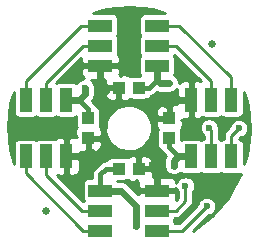
<source format=gbr>
G04 #@! TF.GenerationSoftware,KiCad,Pcbnew,no-vcs-found-5013ea2~58~ubuntu16.04.1*
G04 #@! TF.CreationDate,2017-05-24T10:35:15-06:00*
G04 #@! TF.ProjectId,HiBeam_4-pack_v02,48694265616D5F342D7061636B5F7630,rev?*
G04 #@! TF.FileFunction,Copper,L1,Top,Signal*
G04 #@! TF.FilePolarity,Positive*
%FSLAX46Y46*%
G04 Gerber Fmt 4.6, Leading zero omitted, Abs format (unit mm)*
G04 Created by KiCad (PCBNEW no-vcs-found-5013ea2~58~ubuntu16.04.1) date Wed May 24 10:35:15 2017*
%MOMM*%
%LPD*%
G01*
G04 APERTURE LIST*
%ADD10C,0.100000*%
%ADD11R,2.000000X1.100000*%
%ADD12R,1.100000X2.000000*%
%ADD13R,1.099820X0.998220*%
%ADD14R,0.998220X1.099820*%
%ADD15C,0.635000*%
%ADD16C,0.600000*%
%ADD17C,0.609600*%
%ADD18C,0.406400*%
%ADD19C,0.254000*%
G04 APERTURE END LIST*
D10*
D11*
X148323000Y-89739999D03*
X148322998Y-91440000D03*
X148323000Y-93140000D03*
X143523000Y-93140001D03*
X143523002Y-91440000D03*
X143523000Y-89740000D03*
D12*
X154608001Y-100825000D03*
X152908000Y-100824998D03*
X151208000Y-100825000D03*
X151207999Y-96025000D03*
X152908000Y-96025002D03*
X154608000Y-96025000D03*
D11*
X143523000Y-107110001D03*
X143523002Y-105410000D03*
X143523000Y-103710000D03*
X148323000Y-103709999D03*
X148322998Y-105410000D03*
X148323000Y-107110000D03*
D12*
X137237999Y-96025000D03*
X138938000Y-96025002D03*
X140638000Y-96025000D03*
X140638001Y-100825000D03*
X138938000Y-100824998D03*
X137238000Y-100825000D03*
D13*
X146771360Y-101854000D03*
X145074640Y-101854000D03*
D14*
X142494000Y-99273360D03*
X142494000Y-97576640D03*
D13*
X145074640Y-94996000D03*
X146771360Y-94996000D03*
D14*
X149352000Y-97576640D03*
X149352000Y-99273360D03*
D15*
X153009600Y-91338400D03*
X138887200Y-105460800D03*
D16*
X146558000Y-106680000D03*
X149352000Y-94615000D03*
X142240000Y-94996000D03*
X149733000Y-101600000D03*
X145973800Y-91998800D03*
X139446000Y-98425000D03*
X146532600Y-103454200D03*
X147929600Y-101523800D03*
X149021800Y-96418400D03*
X143967200Y-95300800D03*
X142798800Y-100406200D03*
X150723600Y-103301800D03*
X152527000Y-105029000D03*
X152730200Y-98399600D03*
X155244800Y-98425000D03*
D17*
X143523000Y-103710000D02*
X145264400Y-103710000D01*
X145264400Y-103710000D02*
X146558000Y-105003600D01*
X146558000Y-105003600D02*
X146558000Y-106680000D01*
D18*
X146771360Y-94996000D02*
X147675000Y-94996000D01*
X147675000Y-94996000D02*
X148323000Y-94348000D01*
D17*
X148323000Y-93140000D02*
X148323000Y-94348000D01*
X148323000Y-94348000D02*
X148590000Y-94615000D01*
X148590000Y-94615000D02*
X149352000Y-94615000D01*
D18*
X149352000Y-99273360D02*
X149352000Y-100050000D01*
X149352000Y-100050000D02*
X150127000Y-100825000D01*
X145074640Y-101854000D02*
X144018000Y-101854000D01*
X144018000Y-101854000D02*
X143523000Y-102349000D01*
X143523000Y-102349000D02*
X143523000Y-103710000D01*
X142494000Y-97576640D02*
X142494000Y-96800000D01*
X142494000Y-96800000D02*
X141719000Y-96025000D01*
D17*
X140638000Y-96025000D02*
X141719000Y-96025000D01*
X141719000Y-96025000D02*
X142240000Y-95504000D01*
X142240000Y-95504000D02*
X142240000Y-94996000D01*
X151208000Y-100825000D02*
X150127000Y-100825000D01*
X150127000Y-100825000D02*
X149733000Y-101219000D01*
X149733000Y-101219000D02*
X149733000Y-101600000D01*
D19*
X143523000Y-93140000D02*
X145493000Y-93140000D01*
X145493000Y-93140000D02*
X145973800Y-92659200D01*
X145973800Y-92659200D02*
X145973800Y-91998800D01*
X140638000Y-100825000D02*
X140638000Y-98651800D01*
X140638000Y-98651800D02*
X140411200Y-98425000D01*
X140411200Y-98425000D02*
X139446000Y-98425000D01*
X140638000Y-100825000D02*
X140639800Y-100823200D01*
D18*
X145074640Y-94996000D02*
X144272000Y-94996000D01*
X144272000Y-94996000D02*
X143967200Y-95300800D01*
D17*
X143523000Y-93140000D02*
X143523000Y-94856600D01*
X143523000Y-94856600D02*
X143967200Y-95300800D01*
D18*
X149352000Y-97576640D02*
X149352000Y-96748600D01*
X149352000Y-96748600D02*
X149021800Y-96418400D01*
X146771360Y-101854000D02*
X147599400Y-101854000D01*
X147599400Y-101854000D02*
X147929600Y-101523800D01*
X142494000Y-99273360D02*
X142494000Y-100101400D01*
X142494000Y-100101400D02*
X142798800Y-100406200D01*
X147853400Y-101600000D02*
X147929600Y-101523800D01*
D17*
X148323000Y-103710000D02*
X148323000Y-101917200D01*
X148323000Y-101917200D02*
X147929600Y-101523800D01*
X151208000Y-96025000D02*
X149415200Y-96025000D01*
X149415200Y-96025000D02*
X149021800Y-96418400D01*
D19*
X144018000Y-95250000D02*
X143967200Y-95300800D01*
D17*
X140638000Y-100825000D02*
X142380000Y-100825000D01*
X142380000Y-100825000D02*
X142798800Y-100406200D01*
D19*
X148323000Y-105410000D02*
X149910800Y-105410000D01*
X149910800Y-105410000D02*
X150723600Y-104597200D01*
X150723600Y-104597200D02*
X150723600Y-103301800D01*
X148323000Y-107110000D02*
X150446000Y-107110000D01*
X150446000Y-107110000D02*
X152527000Y-105029000D01*
X152730200Y-98399600D02*
X152908000Y-98577400D01*
X152908000Y-98577400D02*
X152908000Y-100825000D01*
X154608000Y-100825000D02*
X154608000Y-99061800D01*
X154608000Y-99061800D02*
X155244800Y-98425000D01*
X143523000Y-107110000D02*
X142085800Y-107110000D01*
X137238000Y-102262200D02*
X137238000Y-100825000D01*
X142085800Y-107110000D02*
X137238000Y-102262200D01*
X143523000Y-105410000D02*
X141960600Y-105410000D01*
X138938000Y-102387400D02*
X138938000Y-100825000D01*
X141960600Y-105410000D02*
X138938000Y-102387400D01*
X137238000Y-96025000D02*
X137238000Y-94410000D01*
X137238000Y-94410000D02*
X141908000Y-89740000D01*
X141908000Y-89740000D02*
X143523000Y-89740000D01*
X138938000Y-96025000D02*
X138938000Y-94564200D01*
X142062200Y-91440000D02*
X143523000Y-91440000D01*
X138938000Y-94564200D02*
X142062200Y-91440000D01*
X148323000Y-89740000D02*
X150217400Y-89740000D01*
X154608000Y-94130600D02*
X154608000Y-96025000D01*
X150217400Y-89740000D02*
X154608000Y-94130600D01*
X148323000Y-91440000D02*
X149936200Y-91440000D01*
X152908000Y-94411800D02*
X152908000Y-96025000D01*
X149936200Y-91440000D02*
X152908000Y-94411800D01*
G36*
X147985187Y-88378809D02*
X148956698Y-88679542D01*
X147323000Y-88679542D01*
X147223415Y-88689350D01*
X147127657Y-88718398D01*
X147039405Y-88765570D01*
X146962052Y-88829051D01*
X146898571Y-88906404D01*
X146851399Y-88994656D01*
X146822351Y-89090414D01*
X146812543Y-89189999D01*
X146812543Y-90289999D01*
X146822351Y-90389584D01*
X146851399Y-90485342D01*
X146898571Y-90573594D01*
X146912033Y-90589998D01*
X146898569Y-90606405D01*
X146851397Y-90694657D01*
X146822349Y-90790415D01*
X146812541Y-90890000D01*
X146812541Y-91990000D01*
X146822349Y-92089585D01*
X146851397Y-92185343D01*
X146898569Y-92273595D01*
X146912033Y-92290001D01*
X146898571Y-92306405D01*
X146851399Y-92394657D01*
X146822351Y-92490415D01*
X146812543Y-92590000D01*
X146812543Y-93690000D01*
X146822351Y-93789585D01*
X146851399Y-93885343D01*
X146898571Y-93973595D01*
X146909107Y-93986433D01*
X146221450Y-93986433D01*
X146121865Y-93996241D01*
X146045187Y-94019501D01*
X146029339Y-94003653D01*
X145925335Y-93934160D01*
X145809773Y-93886293D01*
X145687092Y-93861890D01*
X145360390Y-93861890D01*
X145201642Y-94020638D01*
X145201642Y-93861890D01*
X145136249Y-93861890D01*
X145158000Y-93752543D01*
X145158000Y-93425751D01*
X144999250Y-93267001D01*
X143650000Y-93267001D01*
X143650000Y-94166251D01*
X143808750Y-94325001D01*
X143911481Y-94325001D01*
X143889730Y-94434348D01*
X143889730Y-94710250D01*
X144048480Y-94869000D01*
X144947640Y-94869000D01*
X144947640Y-94849000D01*
X145201640Y-94849000D01*
X145201640Y-94869000D01*
X145221640Y-94869000D01*
X145221640Y-95123000D01*
X145201640Y-95123000D01*
X145201640Y-95971360D01*
X145360390Y-96130110D01*
X145687092Y-96130110D01*
X145809773Y-96105707D01*
X145925335Y-96057840D01*
X146029339Y-95988347D01*
X146045187Y-95972499D01*
X146121865Y-95995759D01*
X146221450Y-96005567D01*
X147321270Y-96005567D01*
X147420855Y-95995759D01*
X147516613Y-95966711D01*
X147604865Y-95919539D01*
X147682218Y-95856058D01*
X147745699Y-95778705D01*
X147789650Y-95696479D01*
X147805826Y-95695064D01*
X147809421Y-95694020D01*
X147813139Y-95693655D01*
X147875990Y-95674679D01*
X147939117Y-95656339D01*
X147942438Y-95654618D01*
X147946017Y-95653537D01*
X148004012Y-95622701D01*
X148062347Y-95592463D01*
X148065270Y-95590130D01*
X148068572Y-95588374D01*
X148119487Y-95546849D01*
X148170824Y-95505867D01*
X148176024Y-95500738D01*
X148176136Y-95500647D01*
X148176222Y-95500543D01*
X148177894Y-95498894D01*
X148303499Y-95373289D01*
X148349420Y-95387329D01*
X148421009Y-95410038D01*
X148425259Y-95410515D01*
X148429345Y-95411764D01*
X148504017Y-95419349D01*
X148578652Y-95427721D01*
X148587007Y-95427779D01*
X148587163Y-95427795D01*
X148587308Y-95427781D01*
X148590000Y-95427800D01*
X149352000Y-95427800D01*
X149390552Y-95424020D01*
X149414289Y-95424517D01*
X149450375Y-95418154D01*
X149509874Y-95412320D01*
X149546958Y-95401124D01*
X149570339Y-95397001D01*
X149604499Y-95383751D01*
X149661734Y-95366471D01*
X149695939Y-95348284D01*
X149718072Y-95339699D01*
X149749009Y-95320066D01*
X149801797Y-95291998D01*
X149831814Y-95267517D01*
X149851862Y-95254794D01*
X149878399Y-95229523D01*
X149924727Y-95191739D01*
X149949418Y-95161892D01*
X149966612Y-95145519D01*
X149987734Y-95115577D01*
X150022999Y-95072949D01*
X150022999Y-95739250D01*
X150181749Y-95898000D01*
X151080999Y-95898000D01*
X151080999Y-94548750D01*
X150922249Y-94390000D01*
X150595457Y-94390000D01*
X150472776Y-94414403D01*
X150357214Y-94462270D01*
X150253210Y-94531763D01*
X150164762Y-94620211D01*
X150164741Y-94620243D01*
X150159638Y-94564177D01*
X150160035Y-94535771D01*
X150154517Y-94507905D01*
X150150403Y-94462696D01*
X150135620Y-94412469D01*
X150129257Y-94380332D01*
X150118432Y-94354069D01*
X150105615Y-94310520D01*
X150081360Y-94264125D01*
X150068874Y-94233831D01*
X150053152Y-94210167D01*
X150032122Y-94169941D01*
X149999318Y-94129141D01*
X149981185Y-94101849D01*
X149961166Y-94081690D01*
X149932723Y-94046314D01*
X149892619Y-94012662D01*
X149869531Y-93989413D01*
X149845979Y-93973527D01*
X149811205Y-93944348D01*
X149773996Y-93923892D01*
X149794601Y-93885343D01*
X149823649Y-93789585D01*
X149833457Y-93690000D01*
X149833457Y-92590000D01*
X149823649Y-92490415D01*
X149794601Y-92394657D01*
X149747429Y-92306405D01*
X149733965Y-92289999D01*
X149747427Y-92273595D01*
X149790739Y-92192565D01*
X152063787Y-94465613D01*
X152058784Y-94462270D01*
X151943222Y-94414403D01*
X151820541Y-94390000D01*
X151493749Y-94390000D01*
X151334999Y-94548750D01*
X151334999Y-95898000D01*
X151354999Y-95898000D01*
X151354999Y-96152000D01*
X151334999Y-96152000D01*
X151334999Y-97501250D01*
X151493749Y-97660000D01*
X151820541Y-97660000D01*
X151943222Y-97635597D01*
X152058784Y-97587730D01*
X152162788Y-97518237D01*
X152179356Y-97501669D01*
X152258415Y-97525651D01*
X152358000Y-97535459D01*
X153458000Y-97535459D01*
X153557585Y-97525651D01*
X153653343Y-97496603D01*
X153741595Y-97449431D01*
X153758001Y-97435967D01*
X153774405Y-97449429D01*
X153862657Y-97496601D01*
X153958415Y-97525649D01*
X154058000Y-97535457D01*
X155158000Y-97535457D01*
X155257585Y-97525649D01*
X155353343Y-97496601D01*
X155441595Y-97449429D01*
X155518948Y-97385948D01*
X155582429Y-97308595D01*
X155629601Y-97220343D01*
X155658649Y-97124585D01*
X155668457Y-97025000D01*
X155668457Y-95390047D01*
X155983343Y-96432999D01*
X156178660Y-98425000D01*
X156174661Y-98711355D01*
X155923800Y-100697126D01*
X155668458Y-101464713D01*
X155668458Y-99825000D01*
X155658650Y-99725415D01*
X155629602Y-99629657D01*
X155582430Y-99541405D01*
X155518949Y-99464052D01*
X155441596Y-99400571D01*
X155353344Y-99353399D01*
X155257586Y-99324351D01*
X155244740Y-99323086D01*
X155338922Y-99228904D01*
X155463139Y-99207001D01*
X155610872Y-99149699D01*
X155744662Y-99064794D01*
X155859412Y-98955519D01*
X155950752Y-98826036D01*
X156015202Y-98681279D01*
X156050308Y-98526759D01*
X156052835Y-98345771D01*
X156022057Y-98190332D01*
X155961674Y-98043831D01*
X155873985Y-97911849D01*
X155762331Y-97799413D01*
X155630964Y-97710805D01*
X155484888Y-97649400D01*
X155329668Y-97617538D01*
X155171215Y-97616431D01*
X155015564Y-97646123D01*
X154868645Y-97705482D01*
X154736054Y-97792248D01*
X154622841Y-97903114D01*
X154533318Y-98033859D01*
X154470895Y-98179503D01*
X154438132Y-98333642D01*
X154158987Y-98612787D01*
X154121713Y-98658165D01*
X154084053Y-98703046D01*
X154082447Y-98705968D01*
X154080324Y-98708552D01*
X154052579Y-98760297D01*
X154024349Y-98811647D01*
X154023340Y-98814829D01*
X154021761Y-98817773D01*
X154004616Y-98873854D01*
X153986876Y-98929776D01*
X153986503Y-98933097D01*
X153985528Y-98936288D01*
X153979603Y-98994616D01*
X153973062Y-99052934D01*
X153973016Y-99059462D01*
X153973004Y-99059584D01*
X153973015Y-99059697D01*
X153973000Y-99061800D01*
X153973000Y-99322915D01*
X153958416Y-99324351D01*
X153862658Y-99353399D01*
X153774406Y-99400571D01*
X153758002Y-99414033D01*
X153741595Y-99400569D01*
X153653343Y-99353397D01*
X153557585Y-99324349D01*
X153543000Y-99322913D01*
X153543000Y-98577400D01*
X153537273Y-98518994D01*
X153535711Y-98501136D01*
X153538235Y-98320371D01*
X153507457Y-98164932D01*
X153447074Y-98018431D01*
X153359385Y-97886449D01*
X153247731Y-97774013D01*
X153116364Y-97685405D01*
X152970288Y-97624000D01*
X152815068Y-97592138D01*
X152656615Y-97591031D01*
X152500964Y-97620723D01*
X152354045Y-97680082D01*
X152221454Y-97766848D01*
X152108241Y-97877714D01*
X152018718Y-98008459D01*
X151956295Y-98154103D01*
X151923350Y-98309097D01*
X151921137Y-98467539D01*
X151949742Y-98623393D01*
X152008074Y-98770722D01*
X152093911Y-98903916D01*
X152203985Y-99017901D01*
X152273000Y-99065867D01*
X152273000Y-99322913D01*
X152258415Y-99324349D01*
X152162657Y-99353397D01*
X152074405Y-99400569D01*
X152057999Y-99414033D01*
X152041595Y-99400571D01*
X151953343Y-99353399D01*
X151857585Y-99324351D01*
X151758000Y-99314543D01*
X150658000Y-99314543D01*
X150558415Y-99324351D01*
X150462657Y-99353399D01*
X150374405Y-99400571D01*
X150361567Y-99411107D01*
X150361567Y-98723450D01*
X150351759Y-98623865D01*
X150328499Y-98547187D01*
X150344347Y-98531339D01*
X150413840Y-98427335D01*
X150461707Y-98311773D01*
X150486110Y-98189092D01*
X150486110Y-97862390D01*
X150327362Y-97703642D01*
X150486110Y-97703642D01*
X150486110Y-97638249D01*
X150595457Y-97660000D01*
X150922249Y-97660000D01*
X151080999Y-97501250D01*
X151080999Y-96152000D01*
X150181749Y-96152000D01*
X150022999Y-96310750D01*
X150022999Y-96413481D01*
X149913652Y-96391730D01*
X149637750Y-96391730D01*
X149479000Y-96550480D01*
X149479000Y-97449640D01*
X149499000Y-97449640D01*
X149499000Y-97703640D01*
X149479000Y-97703640D01*
X149479000Y-97723640D01*
X149225000Y-97723640D01*
X149225000Y-97703640D01*
X148376640Y-97703640D01*
X148217890Y-97862390D01*
X148217890Y-98189092D01*
X148242293Y-98311773D01*
X148290160Y-98427335D01*
X148359653Y-98531339D01*
X148375501Y-98547187D01*
X148352241Y-98623865D01*
X148342433Y-98723450D01*
X148342433Y-99823270D01*
X148352241Y-99922855D01*
X148381289Y-100018613D01*
X148428461Y-100106865D01*
X148491942Y-100184218D01*
X148569295Y-100247699D01*
X148657547Y-100294871D01*
X148688826Y-100304359D01*
X148691661Y-100314117D01*
X148693382Y-100317438D01*
X148694463Y-100321017D01*
X148725299Y-100379012D01*
X148755537Y-100437347D01*
X148757870Y-100440270D01*
X148759626Y-100443572D01*
X148801151Y-100494487D01*
X148842133Y-100545824D01*
X148847262Y-100551024D01*
X148847353Y-100551136D01*
X148847457Y-100551222D01*
X148849106Y-100552894D01*
X149060047Y-100763835D01*
X149057576Y-100766843D01*
X149022098Y-100833009D01*
X148985927Y-100898804D01*
X148984634Y-100902879D01*
X148982615Y-100906645D01*
X148960671Y-100978420D01*
X148937962Y-101050009D01*
X148937485Y-101054259D01*
X148936236Y-101058345D01*
X148928651Y-101133017D01*
X148920279Y-101207652D01*
X148920221Y-101216007D01*
X148920205Y-101216163D01*
X148920219Y-101216308D01*
X148920200Y-101219000D01*
X148920200Y-101600000D01*
X148924302Y-101641831D01*
X148923937Y-101667939D01*
X148930216Y-101702151D01*
X148935680Y-101757874D01*
X148947829Y-101798113D01*
X148952542Y-101823793D01*
X148965345Y-101856129D01*
X148981529Y-101909734D01*
X149001264Y-101946850D01*
X149010874Y-101971122D01*
X149029713Y-102000354D01*
X149056002Y-102049797D01*
X149082568Y-102082370D01*
X149096711Y-102104316D01*
X149120871Y-102129334D01*
X149156261Y-102172727D01*
X149188649Y-102199521D01*
X149206785Y-102218301D01*
X149235342Y-102238148D01*
X149278488Y-102273842D01*
X149315467Y-102293836D01*
X149336902Y-102308734D01*
X149368768Y-102322656D01*
X149418027Y-102349290D01*
X149458184Y-102361721D01*
X149482106Y-102372172D01*
X149516069Y-102379639D01*
X149569564Y-102396199D01*
X149611369Y-102400593D01*
X149636867Y-102406199D01*
X149671640Y-102406927D01*
X149727326Y-102412780D01*
X149769188Y-102408970D01*
X149795289Y-102409517D01*
X149829537Y-102403478D01*
X149885304Y-102398403D01*
X149925631Y-102386534D01*
X149951339Y-102382001D01*
X149983760Y-102369426D01*
X150037480Y-102353615D01*
X150074734Y-102334139D01*
X150099072Y-102324699D01*
X150128435Y-102306065D01*
X150178059Y-102280122D01*
X150210815Y-102253785D01*
X150232862Y-102239794D01*
X150258053Y-102215805D01*
X150296311Y-102185045D01*
X150297052Y-102185948D01*
X150374405Y-102249429D01*
X150462657Y-102296601D01*
X150558415Y-102325649D01*
X150658000Y-102335457D01*
X151758000Y-102335457D01*
X151857585Y-102325649D01*
X151953343Y-102296601D01*
X152041595Y-102249429D01*
X152058001Y-102235965D01*
X152074405Y-102249427D01*
X152162657Y-102296599D01*
X152258415Y-102325647D01*
X152358000Y-102335455D01*
X153458000Y-102335455D01*
X153557585Y-102325647D01*
X153653343Y-102296599D01*
X153741595Y-102249427D01*
X153757999Y-102235965D01*
X153774406Y-102249429D01*
X153862658Y-102296601D01*
X153958416Y-102325649D01*
X154058001Y-102335457D01*
X155158001Y-102335457D01*
X155257586Y-102325649D01*
X155353344Y-102296601D01*
X155400027Y-102271648D01*
X155292012Y-102596353D01*
X154303360Y-104336694D01*
X152995504Y-105851860D01*
X151418257Y-107084140D01*
X151320511Y-107133515D01*
X152621122Y-105832904D01*
X152745339Y-105811001D01*
X152893072Y-105753699D01*
X153026862Y-105668794D01*
X153141612Y-105559519D01*
X153232952Y-105430036D01*
X153297402Y-105285279D01*
X153332508Y-105130759D01*
X153335035Y-104949771D01*
X153304257Y-104794332D01*
X153243874Y-104647831D01*
X153156185Y-104515849D01*
X153044531Y-104403413D01*
X152913164Y-104314805D01*
X152767088Y-104253400D01*
X152611868Y-104221538D01*
X152453415Y-104220431D01*
X152297764Y-104250123D01*
X152150845Y-104309482D01*
X152018254Y-104396248D01*
X151905041Y-104507114D01*
X151815518Y-104637859D01*
X151753095Y-104783503D01*
X151720332Y-104937642D01*
X150182974Y-106475000D01*
X149825085Y-106475000D01*
X149823649Y-106460415D01*
X149794601Y-106364657D01*
X149747429Y-106276405D01*
X149733965Y-106259999D01*
X149747427Y-106243595D01*
X149794599Y-106155343D01*
X149823647Y-106059585D01*
X149825083Y-106045000D01*
X149910800Y-106045000D01*
X149969206Y-106039273D01*
X150027609Y-106034164D01*
X150030813Y-106033233D01*
X150034139Y-106032907D01*
X150090348Y-106015937D01*
X150146619Y-105999588D01*
X150149580Y-105998053D01*
X150152780Y-105997087D01*
X150204593Y-105969538D01*
X150256646Y-105942556D01*
X150259256Y-105940473D01*
X150262204Y-105938905D01*
X150307657Y-105901835D01*
X150353500Y-105865238D01*
X150358150Y-105860653D01*
X150358243Y-105860577D01*
X150358314Y-105860491D01*
X150359813Y-105859013D01*
X151172613Y-105046213D01*
X151209887Y-105000835D01*
X151247547Y-104955954D01*
X151249153Y-104953032D01*
X151251276Y-104950448D01*
X151279021Y-104898703D01*
X151307251Y-104847353D01*
X151308260Y-104844171D01*
X151309839Y-104841227D01*
X151326997Y-104785105D01*
X151344724Y-104729224D01*
X151345096Y-104725908D01*
X151346073Y-104722712D01*
X151352002Y-104664335D01*
X151358538Y-104606066D01*
X151358584Y-104599538D01*
X151358596Y-104599416D01*
X151358585Y-104599303D01*
X151358600Y-104597200D01*
X151358600Y-103803417D01*
X151429552Y-103702836D01*
X151494002Y-103558079D01*
X151529108Y-103403559D01*
X151531635Y-103222571D01*
X151500857Y-103067132D01*
X151440474Y-102920631D01*
X151352785Y-102788649D01*
X151241131Y-102676213D01*
X151109764Y-102587605D01*
X150963688Y-102526200D01*
X150808468Y-102494338D01*
X150650015Y-102493231D01*
X150494364Y-102522923D01*
X150347445Y-102582282D01*
X150214854Y-102669048D01*
X150101641Y-102779914D01*
X150012118Y-102910659D01*
X149949776Y-103056114D01*
X149933597Y-102974776D01*
X149885730Y-102859214D01*
X149816237Y-102755210D01*
X149727789Y-102666762D01*
X149623785Y-102597269D01*
X149508223Y-102549402D01*
X149385542Y-102524999D01*
X148608750Y-102524999D01*
X148450000Y-102683749D01*
X148450000Y-103582999D01*
X149799250Y-103582999D01*
X149929730Y-103452519D01*
X149943142Y-103525593D01*
X150001474Y-103672922D01*
X150087311Y-103806116D01*
X150088600Y-103807451D01*
X150088600Y-104334174D01*
X149902517Y-104520257D01*
X149933597Y-104445222D01*
X149958000Y-104322541D01*
X149958000Y-103995749D01*
X149799250Y-103836999D01*
X148450000Y-103836999D01*
X148450000Y-103856999D01*
X148196000Y-103856999D01*
X148196000Y-103836999D01*
X146846750Y-103836999D01*
X146693811Y-103989938D01*
X145839136Y-103135264D01*
X145781117Y-103087606D01*
X145723605Y-103039348D01*
X145719860Y-103037289D01*
X145716557Y-103034576D01*
X145650391Y-102999098D01*
X145584596Y-102962927D01*
X145580521Y-102961634D01*
X145576755Y-102959615D01*
X145504980Y-102937671D01*
X145433391Y-102914962D01*
X145429141Y-102914485D01*
X145425055Y-102913236D01*
X145350383Y-102905651D01*
X145275748Y-102897279D01*
X145267393Y-102897221D01*
X145267237Y-102897205D01*
X145267092Y-102897219D01*
X145264400Y-102897200D01*
X144958544Y-102897200D01*
X144947429Y-102876405D01*
X144936893Y-102863567D01*
X145624550Y-102863567D01*
X145724135Y-102853759D01*
X145800813Y-102830499D01*
X145816661Y-102846347D01*
X145920665Y-102915840D01*
X146036227Y-102963707D01*
X146158908Y-102988110D01*
X146485610Y-102988110D01*
X146644358Y-102829362D01*
X146644358Y-102988110D01*
X146709751Y-102988110D01*
X146688000Y-103097457D01*
X146688000Y-103424249D01*
X146846750Y-103582999D01*
X148196000Y-103582999D01*
X148196000Y-102683749D01*
X148037250Y-102524999D01*
X147934519Y-102524999D01*
X147956270Y-102415652D01*
X147956270Y-102139750D01*
X147797520Y-101981000D01*
X146898360Y-101981000D01*
X146898360Y-102001000D01*
X146644360Y-102001000D01*
X146644360Y-101981000D01*
X146624360Y-101981000D01*
X146624360Y-101727000D01*
X146644360Y-101727000D01*
X146644360Y-100878640D01*
X146898360Y-100878640D01*
X146898360Y-101727000D01*
X147797520Y-101727000D01*
X147956270Y-101568250D01*
X147956270Y-101292348D01*
X147931867Y-101169667D01*
X147884000Y-101054105D01*
X147814507Y-100950101D01*
X147726059Y-100861653D01*
X147622055Y-100792160D01*
X147506493Y-100744293D01*
X147383812Y-100719890D01*
X147057110Y-100719890D01*
X146898360Y-100878640D01*
X146644360Y-100878640D01*
X146485610Y-100719890D01*
X146158908Y-100719890D01*
X146036227Y-100744293D01*
X145920665Y-100792160D01*
X145816661Y-100861653D01*
X145800813Y-100877501D01*
X145724135Y-100854241D01*
X145624550Y-100844433D01*
X144524730Y-100844433D01*
X144425145Y-100854241D01*
X144329387Y-100883289D01*
X144241135Y-100930461D01*
X144163782Y-100993942D01*
X144100301Y-101071295D01*
X144062081Y-101142800D01*
X144018000Y-101142800D01*
X143952699Y-101149203D01*
X143887174Y-101154936D01*
X143883579Y-101155980D01*
X143879861Y-101156345D01*
X143817010Y-101175321D01*
X143753883Y-101193661D01*
X143750562Y-101195382D01*
X143746983Y-101196463D01*
X143688988Y-101227299D01*
X143630653Y-101257537D01*
X143627730Y-101259870D01*
X143624428Y-101261626D01*
X143573513Y-101303151D01*
X143522176Y-101344133D01*
X143516972Y-101349265D01*
X143516864Y-101349353D01*
X143516782Y-101349453D01*
X143515106Y-101351105D01*
X143020106Y-101846106D01*
X142978442Y-101896828D01*
X142936179Y-101947195D01*
X142934377Y-101950474D01*
X142932004Y-101953362D01*
X142900960Y-102011258D01*
X142869311Y-102068829D01*
X142868181Y-102072392D01*
X142866413Y-102075689D01*
X142847208Y-102138504D01*
X142827341Y-102201133D01*
X142826924Y-102204851D01*
X142825831Y-102208426D01*
X142819193Y-102273772D01*
X142811869Y-102339070D01*
X142811818Y-102346377D01*
X142811804Y-102346517D01*
X142811816Y-102346648D01*
X142811800Y-102349000D01*
X142811800Y-102649543D01*
X142523000Y-102649543D01*
X142423415Y-102659351D01*
X142327657Y-102688399D01*
X142239405Y-102735571D01*
X142162052Y-102799052D01*
X142098571Y-102876405D01*
X142051399Y-102964657D01*
X142022351Y-103060415D01*
X142012543Y-103160000D01*
X142012543Y-104260000D01*
X142022351Y-104359585D01*
X142051399Y-104455343D01*
X142098571Y-104543595D01*
X142112035Y-104560001D01*
X142098573Y-104576405D01*
X142072956Y-104624330D01*
X139871103Y-102422477D01*
X139902778Y-102435597D01*
X140025459Y-102460000D01*
X140352251Y-102460000D01*
X140511001Y-102301250D01*
X140511001Y-100952000D01*
X140765001Y-100952000D01*
X140765001Y-102301250D01*
X140923751Y-102460000D01*
X141250543Y-102460000D01*
X141373224Y-102435597D01*
X141488786Y-102387730D01*
X141592790Y-102318237D01*
X141681238Y-102229789D01*
X141750731Y-102125785D01*
X141798598Y-102010223D01*
X141823001Y-101887542D01*
X141823001Y-101110750D01*
X141664251Y-100952000D01*
X140765001Y-100952000D01*
X140511001Y-100952000D01*
X140491001Y-100952000D01*
X140491001Y-100698000D01*
X140511001Y-100698000D01*
X140511001Y-99348750D01*
X140352251Y-99190000D01*
X140025459Y-99190000D01*
X139902778Y-99214403D01*
X139787216Y-99262270D01*
X139683212Y-99331763D01*
X139666644Y-99348331D01*
X139587585Y-99324349D01*
X139488000Y-99314541D01*
X138388000Y-99314541D01*
X138288415Y-99324349D01*
X138192657Y-99353397D01*
X138104405Y-99400569D01*
X138087999Y-99414033D01*
X138071595Y-99400571D01*
X137983343Y-99353399D01*
X137887585Y-99324351D01*
X137788000Y-99314543D01*
X136688000Y-99314543D01*
X136588415Y-99324351D01*
X136492657Y-99353399D01*
X136404405Y-99400571D01*
X136327052Y-99464052D01*
X136263571Y-99541405D01*
X136216399Y-99629657D01*
X136187351Y-99725415D01*
X136177543Y-99825000D01*
X136177543Y-101468055D01*
X135835825Y-100276343D01*
X135668340Y-98281809D01*
X135891451Y-96292728D01*
X136177542Y-95390854D01*
X136177542Y-97025000D01*
X136187350Y-97124585D01*
X136216398Y-97220343D01*
X136263570Y-97308595D01*
X136327051Y-97385948D01*
X136404404Y-97449429D01*
X136492656Y-97496601D01*
X136588414Y-97525649D01*
X136687999Y-97535457D01*
X137787999Y-97535457D01*
X137887584Y-97525649D01*
X137983342Y-97496601D01*
X138071594Y-97449429D01*
X138087998Y-97435967D01*
X138104405Y-97449431D01*
X138192657Y-97496603D01*
X138288415Y-97525651D01*
X138388000Y-97535459D01*
X139488000Y-97535459D01*
X139587585Y-97525651D01*
X139683343Y-97496603D01*
X139771595Y-97449431D01*
X139788001Y-97435967D01*
X139804405Y-97449429D01*
X139892657Y-97496601D01*
X139988415Y-97525649D01*
X140088000Y-97535457D01*
X141188000Y-97535457D01*
X141287585Y-97525649D01*
X141383343Y-97496601D01*
X141471595Y-97449429D01*
X141484433Y-97438893D01*
X141484433Y-98126550D01*
X141494241Y-98226135D01*
X141517501Y-98302813D01*
X141501653Y-98318661D01*
X141432160Y-98422665D01*
X141384293Y-98538227D01*
X141359890Y-98660908D01*
X141359890Y-98987610D01*
X141518638Y-99146358D01*
X141359890Y-99146358D01*
X141359890Y-99211751D01*
X141250543Y-99190000D01*
X140923751Y-99190000D01*
X140765001Y-99348750D01*
X140765001Y-100698000D01*
X141664251Y-100698000D01*
X141823001Y-100539250D01*
X141823001Y-100436519D01*
X141932348Y-100458270D01*
X142208250Y-100458270D01*
X142367000Y-100299520D01*
X142367000Y-99400360D01*
X142621000Y-99400360D01*
X142621000Y-100299520D01*
X142779750Y-100458270D01*
X143055652Y-100458270D01*
X143178333Y-100433867D01*
X143293895Y-100386000D01*
X143397899Y-100316507D01*
X143486347Y-100228059D01*
X143555840Y-100124055D01*
X143603707Y-100008493D01*
X143628110Y-99885812D01*
X143628110Y-99559110D01*
X143469360Y-99400360D01*
X142621000Y-99400360D01*
X142367000Y-99400360D01*
X142347000Y-99400360D01*
X142347000Y-99146360D01*
X142367000Y-99146360D01*
X142367000Y-99126360D01*
X142621000Y-99126360D01*
X142621000Y-99146360D01*
X143469360Y-99146360D01*
X143628110Y-98987610D01*
X143628110Y-98660908D01*
X143614109Y-98590517D01*
X143951912Y-98590517D01*
X144021600Y-98970218D01*
X144163712Y-99329151D01*
X144372835Y-99653646D01*
X144641003Y-99931342D01*
X144958001Y-100151662D01*
X145311757Y-100306214D01*
X145688794Y-100389111D01*
X146074752Y-100397195D01*
X146454930Y-100330160D01*
X146814847Y-100190557D01*
X147140794Y-99983705D01*
X147420355Y-99717482D01*
X147642883Y-99402029D01*
X147799900Y-99049362D01*
X147885428Y-98672912D01*
X147891585Y-98231979D01*
X147816602Y-97853288D01*
X147669492Y-97496374D01*
X147455860Y-97174830D01*
X147246683Y-96964188D01*
X148217890Y-96964188D01*
X148217890Y-97290890D01*
X148376640Y-97449640D01*
X149225000Y-97449640D01*
X149225000Y-96550480D01*
X149066250Y-96391730D01*
X148790348Y-96391730D01*
X148667667Y-96416133D01*
X148552105Y-96464000D01*
X148448101Y-96533493D01*
X148359653Y-96621941D01*
X148290160Y-96725945D01*
X148242293Y-96841507D01*
X148217890Y-96964188D01*
X147246683Y-96964188D01*
X147183841Y-96900906D01*
X146863797Y-96685033D01*
X146507918Y-96535436D01*
X146129760Y-96457811D01*
X145743726Y-96455116D01*
X145364522Y-96527453D01*
X145006589Y-96672067D01*
X144683562Y-96883450D01*
X144407745Y-97153550D01*
X144189643Y-97472079D01*
X144037565Y-97826905D01*
X143957302Y-98204512D01*
X143951912Y-98590517D01*
X143614109Y-98590517D01*
X143603707Y-98538227D01*
X143555840Y-98422665D01*
X143486347Y-98318661D01*
X143470499Y-98302813D01*
X143493759Y-98226135D01*
X143503567Y-98126550D01*
X143503567Y-97026730D01*
X143493759Y-96927145D01*
X143464711Y-96831387D01*
X143417539Y-96743135D01*
X143354058Y-96665782D01*
X143276705Y-96602301D01*
X143188453Y-96555129D01*
X143157174Y-96545641D01*
X143154339Y-96535883D01*
X143152618Y-96532562D01*
X143151537Y-96528983D01*
X143120701Y-96470988D01*
X143090463Y-96412653D01*
X143088130Y-96409730D01*
X143086374Y-96406428D01*
X143044849Y-96355513D01*
X143003867Y-96304176D01*
X142998735Y-96298972D01*
X142998647Y-96298864D01*
X142998547Y-96298782D01*
X142996895Y-96297106D01*
X142796631Y-96096842D01*
X142814736Y-96078737D01*
X142862414Y-96020692D01*
X142910652Y-95963205D01*
X142912711Y-95959460D01*
X142915424Y-95956157D01*
X142950902Y-95889991D01*
X142987073Y-95824196D01*
X142988366Y-95820121D01*
X142990385Y-95816355D01*
X143012333Y-95744567D01*
X143035038Y-95672991D01*
X143035515Y-95668743D01*
X143036764Y-95664656D01*
X143044350Y-95589977D01*
X143052721Y-95515348D01*
X143052779Y-95506993D01*
X143052795Y-95506837D01*
X143052781Y-95506692D01*
X143052800Y-95504000D01*
X143052800Y-95281750D01*
X143889730Y-95281750D01*
X143889730Y-95557652D01*
X143914133Y-95680333D01*
X143962000Y-95795895D01*
X144031493Y-95899899D01*
X144119941Y-95988347D01*
X144223945Y-96057840D01*
X144339507Y-96105707D01*
X144462188Y-96130110D01*
X144788890Y-96130110D01*
X144947640Y-95971360D01*
X144947640Y-95123000D01*
X144048480Y-95123000D01*
X143889730Y-95281750D01*
X143052800Y-95281750D01*
X143052800Y-94996000D01*
X143047661Y-94943586D01*
X143048035Y-94916771D01*
X143042085Y-94886721D01*
X143037320Y-94838126D01*
X143023207Y-94791381D01*
X143017257Y-94761332D01*
X143005584Y-94733012D01*
X142991471Y-94686266D01*
X142968548Y-94643154D01*
X142956874Y-94614831D01*
X142939921Y-94589315D01*
X142916998Y-94546203D01*
X142886137Y-94508363D01*
X142869185Y-94482849D01*
X142847602Y-94461115D01*
X142816739Y-94423273D01*
X142779112Y-94392146D01*
X142757531Y-94370413D01*
X142732140Y-94353287D01*
X142697949Y-94325001D01*
X143237250Y-94325001D01*
X143396000Y-94166251D01*
X143396000Y-93267001D01*
X142046750Y-93267001D01*
X141888000Y-93425751D01*
X141888000Y-93752543D01*
X141912403Y-93875224D01*
X141960270Y-93990786D01*
X142029763Y-94094790D01*
X142118211Y-94183238D01*
X142133467Y-94193432D01*
X142087696Y-94197597D01*
X142040858Y-94211382D01*
X142010764Y-94217123D01*
X141982358Y-94228600D01*
X141935520Y-94242385D01*
X141892253Y-94265004D01*
X141863845Y-94276482D01*
X141838208Y-94293258D01*
X141794941Y-94315878D01*
X141756889Y-94346473D01*
X141731254Y-94363248D01*
X141709366Y-94384683D01*
X141671314Y-94415277D01*
X141639931Y-94452678D01*
X141618041Y-94474114D01*
X141600732Y-94499393D01*
X141569348Y-94536795D01*
X141545826Y-94579581D01*
X141528518Y-94604859D01*
X141516450Y-94633016D01*
X141514796Y-94636025D01*
X141471595Y-94600571D01*
X141383343Y-94553399D01*
X141287585Y-94524351D01*
X141188000Y-94514543D01*
X140088000Y-94514543D01*
X139988415Y-94524351D01*
X139892657Y-94553399D01*
X139804405Y-94600571D01*
X139787999Y-94614035D01*
X139787006Y-94613220D01*
X141891782Y-92508444D01*
X141888000Y-92527459D01*
X141888000Y-92854251D01*
X142046750Y-93013001D01*
X143396000Y-93013001D01*
X143396000Y-92993001D01*
X143650000Y-92993001D01*
X143650000Y-93013001D01*
X144999250Y-93013001D01*
X145158000Y-92854251D01*
X145158000Y-92527459D01*
X145133597Y-92404778D01*
X145085730Y-92289216D01*
X145016237Y-92185212D01*
X144999669Y-92168644D01*
X145023651Y-92089585D01*
X145033459Y-91990000D01*
X145033459Y-90890000D01*
X145023651Y-90790415D01*
X144994603Y-90694657D01*
X144947431Y-90606405D01*
X144933967Y-90589999D01*
X144947429Y-90573595D01*
X144994601Y-90485343D01*
X145023649Y-90389585D01*
X145033457Y-90290000D01*
X145033457Y-89190000D01*
X145023649Y-89090415D01*
X144994601Y-88994657D01*
X144947429Y-88906405D01*
X144883948Y-88829052D01*
X144806595Y-88765571D01*
X144718343Y-88718399D01*
X144622585Y-88689351D01*
X144523000Y-88679543D01*
X142884975Y-88679543D01*
X144001281Y-88350996D01*
X145994597Y-88169590D01*
X147985187Y-88378809D01*
X147985187Y-88378809D01*
G37*
X147985187Y-88378809D02*
X148956698Y-88679542D01*
X147323000Y-88679542D01*
X147223415Y-88689350D01*
X147127657Y-88718398D01*
X147039405Y-88765570D01*
X146962052Y-88829051D01*
X146898571Y-88906404D01*
X146851399Y-88994656D01*
X146822351Y-89090414D01*
X146812543Y-89189999D01*
X146812543Y-90289999D01*
X146822351Y-90389584D01*
X146851399Y-90485342D01*
X146898571Y-90573594D01*
X146912033Y-90589998D01*
X146898569Y-90606405D01*
X146851397Y-90694657D01*
X146822349Y-90790415D01*
X146812541Y-90890000D01*
X146812541Y-91990000D01*
X146822349Y-92089585D01*
X146851397Y-92185343D01*
X146898569Y-92273595D01*
X146912033Y-92290001D01*
X146898571Y-92306405D01*
X146851399Y-92394657D01*
X146822351Y-92490415D01*
X146812543Y-92590000D01*
X146812543Y-93690000D01*
X146822351Y-93789585D01*
X146851399Y-93885343D01*
X146898571Y-93973595D01*
X146909107Y-93986433D01*
X146221450Y-93986433D01*
X146121865Y-93996241D01*
X146045187Y-94019501D01*
X146029339Y-94003653D01*
X145925335Y-93934160D01*
X145809773Y-93886293D01*
X145687092Y-93861890D01*
X145360390Y-93861890D01*
X145201642Y-94020638D01*
X145201642Y-93861890D01*
X145136249Y-93861890D01*
X145158000Y-93752543D01*
X145158000Y-93425751D01*
X144999250Y-93267001D01*
X143650000Y-93267001D01*
X143650000Y-94166251D01*
X143808750Y-94325001D01*
X143911481Y-94325001D01*
X143889730Y-94434348D01*
X143889730Y-94710250D01*
X144048480Y-94869000D01*
X144947640Y-94869000D01*
X144947640Y-94849000D01*
X145201640Y-94849000D01*
X145201640Y-94869000D01*
X145221640Y-94869000D01*
X145221640Y-95123000D01*
X145201640Y-95123000D01*
X145201640Y-95971360D01*
X145360390Y-96130110D01*
X145687092Y-96130110D01*
X145809773Y-96105707D01*
X145925335Y-96057840D01*
X146029339Y-95988347D01*
X146045187Y-95972499D01*
X146121865Y-95995759D01*
X146221450Y-96005567D01*
X147321270Y-96005567D01*
X147420855Y-95995759D01*
X147516613Y-95966711D01*
X147604865Y-95919539D01*
X147682218Y-95856058D01*
X147745699Y-95778705D01*
X147789650Y-95696479D01*
X147805826Y-95695064D01*
X147809421Y-95694020D01*
X147813139Y-95693655D01*
X147875990Y-95674679D01*
X147939117Y-95656339D01*
X147942438Y-95654618D01*
X147946017Y-95653537D01*
X148004012Y-95622701D01*
X148062347Y-95592463D01*
X148065270Y-95590130D01*
X148068572Y-95588374D01*
X148119487Y-95546849D01*
X148170824Y-95505867D01*
X148176024Y-95500738D01*
X148176136Y-95500647D01*
X148176222Y-95500543D01*
X148177894Y-95498894D01*
X148303499Y-95373289D01*
X148349420Y-95387329D01*
X148421009Y-95410038D01*
X148425259Y-95410515D01*
X148429345Y-95411764D01*
X148504017Y-95419349D01*
X148578652Y-95427721D01*
X148587007Y-95427779D01*
X148587163Y-95427795D01*
X148587308Y-95427781D01*
X148590000Y-95427800D01*
X149352000Y-95427800D01*
X149390552Y-95424020D01*
X149414289Y-95424517D01*
X149450375Y-95418154D01*
X149509874Y-95412320D01*
X149546958Y-95401124D01*
X149570339Y-95397001D01*
X149604499Y-95383751D01*
X149661734Y-95366471D01*
X149695939Y-95348284D01*
X149718072Y-95339699D01*
X149749009Y-95320066D01*
X149801797Y-95291998D01*
X149831814Y-95267517D01*
X149851862Y-95254794D01*
X149878399Y-95229523D01*
X149924727Y-95191739D01*
X149949418Y-95161892D01*
X149966612Y-95145519D01*
X149987734Y-95115577D01*
X150022999Y-95072949D01*
X150022999Y-95739250D01*
X150181749Y-95898000D01*
X151080999Y-95898000D01*
X151080999Y-94548750D01*
X150922249Y-94390000D01*
X150595457Y-94390000D01*
X150472776Y-94414403D01*
X150357214Y-94462270D01*
X150253210Y-94531763D01*
X150164762Y-94620211D01*
X150164741Y-94620243D01*
X150159638Y-94564177D01*
X150160035Y-94535771D01*
X150154517Y-94507905D01*
X150150403Y-94462696D01*
X150135620Y-94412469D01*
X150129257Y-94380332D01*
X150118432Y-94354069D01*
X150105615Y-94310520D01*
X150081360Y-94264125D01*
X150068874Y-94233831D01*
X150053152Y-94210167D01*
X150032122Y-94169941D01*
X149999318Y-94129141D01*
X149981185Y-94101849D01*
X149961166Y-94081690D01*
X149932723Y-94046314D01*
X149892619Y-94012662D01*
X149869531Y-93989413D01*
X149845979Y-93973527D01*
X149811205Y-93944348D01*
X149773996Y-93923892D01*
X149794601Y-93885343D01*
X149823649Y-93789585D01*
X149833457Y-93690000D01*
X149833457Y-92590000D01*
X149823649Y-92490415D01*
X149794601Y-92394657D01*
X149747429Y-92306405D01*
X149733965Y-92289999D01*
X149747427Y-92273595D01*
X149790739Y-92192565D01*
X152063787Y-94465613D01*
X152058784Y-94462270D01*
X151943222Y-94414403D01*
X151820541Y-94390000D01*
X151493749Y-94390000D01*
X151334999Y-94548750D01*
X151334999Y-95898000D01*
X151354999Y-95898000D01*
X151354999Y-96152000D01*
X151334999Y-96152000D01*
X151334999Y-97501250D01*
X151493749Y-97660000D01*
X151820541Y-97660000D01*
X151943222Y-97635597D01*
X152058784Y-97587730D01*
X152162788Y-97518237D01*
X152179356Y-97501669D01*
X152258415Y-97525651D01*
X152358000Y-97535459D01*
X153458000Y-97535459D01*
X153557585Y-97525651D01*
X153653343Y-97496603D01*
X153741595Y-97449431D01*
X153758001Y-97435967D01*
X153774405Y-97449429D01*
X153862657Y-97496601D01*
X153958415Y-97525649D01*
X154058000Y-97535457D01*
X155158000Y-97535457D01*
X155257585Y-97525649D01*
X155353343Y-97496601D01*
X155441595Y-97449429D01*
X155518948Y-97385948D01*
X155582429Y-97308595D01*
X155629601Y-97220343D01*
X155658649Y-97124585D01*
X155668457Y-97025000D01*
X155668457Y-95390047D01*
X155983343Y-96432999D01*
X156178660Y-98425000D01*
X156174661Y-98711355D01*
X155923800Y-100697126D01*
X155668458Y-101464713D01*
X155668458Y-99825000D01*
X155658650Y-99725415D01*
X155629602Y-99629657D01*
X155582430Y-99541405D01*
X155518949Y-99464052D01*
X155441596Y-99400571D01*
X155353344Y-99353399D01*
X155257586Y-99324351D01*
X155244740Y-99323086D01*
X155338922Y-99228904D01*
X155463139Y-99207001D01*
X155610872Y-99149699D01*
X155744662Y-99064794D01*
X155859412Y-98955519D01*
X155950752Y-98826036D01*
X156015202Y-98681279D01*
X156050308Y-98526759D01*
X156052835Y-98345771D01*
X156022057Y-98190332D01*
X155961674Y-98043831D01*
X155873985Y-97911849D01*
X155762331Y-97799413D01*
X155630964Y-97710805D01*
X155484888Y-97649400D01*
X155329668Y-97617538D01*
X155171215Y-97616431D01*
X155015564Y-97646123D01*
X154868645Y-97705482D01*
X154736054Y-97792248D01*
X154622841Y-97903114D01*
X154533318Y-98033859D01*
X154470895Y-98179503D01*
X154438132Y-98333642D01*
X154158987Y-98612787D01*
X154121713Y-98658165D01*
X154084053Y-98703046D01*
X154082447Y-98705968D01*
X154080324Y-98708552D01*
X154052579Y-98760297D01*
X154024349Y-98811647D01*
X154023340Y-98814829D01*
X154021761Y-98817773D01*
X154004616Y-98873854D01*
X153986876Y-98929776D01*
X153986503Y-98933097D01*
X153985528Y-98936288D01*
X153979603Y-98994616D01*
X153973062Y-99052934D01*
X153973016Y-99059462D01*
X153973004Y-99059584D01*
X153973015Y-99059697D01*
X153973000Y-99061800D01*
X153973000Y-99322915D01*
X153958416Y-99324351D01*
X153862658Y-99353399D01*
X153774406Y-99400571D01*
X153758002Y-99414033D01*
X153741595Y-99400569D01*
X153653343Y-99353397D01*
X153557585Y-99324349D01*
X153543000Y-99322913D01*
X153543000Y-98577400D01*
X153537273Y-98518994D01*
X153535711Y-98501136D01*
X153538235Y-98320371D01*
X153507457Y-98164932D01*
X153447074Y-98018431D01*
X153359385Y-97886449D01*
X153247731Y-97774013D01*
X153116364Y-97685405D01*
X152970288Y-97624000D01*
X152815068Y-97592138D01*
X152656615Y-97591031D01*
X152500964Y-97620723D01*
X152354045Y-97680082D01*
X152221454Y-97766848D01*
X152108241Y-97877714D01*
X152018718Y-98008459D01*
X151956295Y-98154103D01*
X151923350Y-98309097D01*
X151921137Y-98467539D01*
X151949742Y-98623393D01*
X152008074Y-98770722D01*
X152093911Y-98903916D01*
X152203985Y-99017901D01*
X152273000Y-99065867D01*
X152273000Y-99322913D01*
X152258415Y-99324349D01*
X152162657Y-99353397D01*
X152074405Y-99400569D01*
X152057999Y-99414033D01*
X152041595Y-99400571D01*
X151953343Y-99353399D01*
X151857585Y-99324351D01*
X151758000Y-99314543D01*
X150658000Y-99314543D01*
X150558415Y-99324351D01*
X150462657Y-99353399D01*
X150374405Y-99400571D01*
X150361567Y-99411107D01*
X150361567Y-98723450D01*
X150351759Y-98623865D01*
X150328499Y-98547187D01*
X150344347Y-98531339D01*
X150413840Y-98427335D01*
X150461707Y-98311773D01*
X150486110Y-98189092D01*
X150486110Y-97862390D01*
X150327362Y-97703642D01*
X150486110Y-97703642D01*
X150486110Y-97638249D01*
X150595457Y-97660000D01*
X150922249Y-97660000D01*
X151080999Y-97501250D01*
X151080999Y-96152000D01*
X150181749Y-96152000D01*
X150022999Y-96310750D01*
X150022999Y-96413481D01*
X149913652Y-96391730D01*
X149637750Y-96391730D01*
X149479000Y-96550480D01*
X149479000Y-97449640D01*
X149499000Y-97449640D01*
X149499000Y-97703640D01*
X149479000Y-97703640D01*
X149479000Y-97723640D01*
X149225000Y-97723640D01*
X149225000Y-97703640D01*
X148376640Y-97703640D01*
X148217890Y-97862390D01*
X148217890Y-98189092D01*
X148242293Y-98311773D01*
X148290160Y-98427335D01*
X148359653Y-98531339D01*
X148375501Y-98547187D01*
X148352241Y-98623865D01*
X148342433Y-98723450D01*
X148342433Y-99823270D01*
X148352241Y-99922855D01*
X148381289Y-100018613D01*
X148428461Y-100106865D01*
X148491942Y-100184218D01*
X148569295Y-100247699D01*
X148657547Y-100294871D01*
X148688826Y-100304359D01*
X148691661Y-100314117D01*
X148693382Y-100317438D01*
X148694463Y-100321017D01*
X148725299Y-100379012D01*
X148755537Y-100437347D01*
X148757870Y-100440270D01*
X148759626Y-100443572D01*
X148801151Y-100494487D01*
X148842133Y-100545824D01*
X148847262Y-100551024D01*
X148847353Y-100551136D01*
X148847457Y-100551222D01*
X148849106Y-100552894D01*
X149060047Y-100763835D01*
X149057576Y-100766843D01*
X149022098Y-100833009D01*
X148985927Y-100898804D01*
X148984634Y-100902879D01*
X148982615Y-100906645D01*
X148960671Y-100978420D01*
X148937962Y-101050009D01*
X148937485Y-101054259D01*
X148936236Y-101058345D01*
X148928651Y-101133017D01*
X148920279Y-101207652D01*
X148920221Y-101216007D01*
X148920205Y-101216163D01*
X148920219Y-101216308D01*
X148920200Y-101219000D01*
X148920200Y-101600000D01*
X148924302Y-101641831D01*
X148923937Y-101667939D01*
X148930216Y-101702151D01*
X148935680Y-101757874D01*
X148947829Y-101798113D01*
X148952542Y-101823793D01*
X148965345Y-101856129D01*
X148981529Y-101909734D01*
X149001264Y-101946850D01*
X149010874Y-101971122D01*
X149029713Y-102000354D01*
X149056002Y-102049797D01*
X149082568Y-102082370D01*
X149096711Y-102104316D01*
X149120871Y-102129334D01*
X149156261Y-102172727D01*
X149188649Y-102199521D01*
X149206785Y-102218301D01*
X149235342Y-102238148D01*
X149278488Y-102273842D01*
X149315467Y-102293836D01*
X149336902Y-102308734D01*
X149368768Y-102322656D01*
X149418027Y-102349290D01*
X149458184Y-102361721D01*
X149482106Y-102372172D01*
X149516069Y-102379639D01*
X149569564Y-102396199D01*
X149611369Y-102400593D01*
X149636867Y-102406199D01*
X149671640Y-102406927D01*
X149727326Y-102412780D01*
X149769188Y-102408970D01*
X149795289Y-102409517D01*
X149829537Y-102403478D01*
X149885304Y-102398403D01*
X149925631Y-102386534D01*
X149951339Y-102382001D01*
X149983760Y-102369426D01*
X150037480Y-102353615D01*
X150074734Y-102334139D01*
X150099072Y-102324699D01*
X150128435Y-102306065D01*
X150178059Y-102280122D01*
X150210815Y-102253785D01*
X150232862Y-102239794D01*
X150258053Y-102215805D01*
X150296311Y-102185045D01*
X150297052Y-102185948D01*
X150374405Y-102249429D01*
X150462657Y-102296601D01*
X150558415Y-102325649D01*
X150658000Y-102335457D01*
X151758000Y-102335457D01*
X151857585Y-102325649D01*
X151953343Y-102296601D01*
X152041595Y-102249429D01*
X152058001Y-102235965D01*
X152074405Y-102249427D01*
X152162657Y-102296599D01*
X152258415Y-102325647D01*
X152358000Y-102335455D01*
X153458000Y-102335455D01*
X153557585Y-102325647D01*
X153653343Y-102296599D01*
X153741595Y-102249427D01*
X153757999Y-102235965D01*
X153774406Y-102249429D01*
X153862658Y-102296601D01*
X153958416Y-102325649D01*
X154058001Y-102335457D01*
X155158001Y-102335457D01*
X155257586Y-102325649D01*
X155353344Y-102296601D01*
X155400027Y-102271648D01*
X155292012Y-102596353D01*
X154303360Y-104336694D01*
X152995504Y-105851860D01*
X151418257Y-107084140D01*
X151320511Y-107133515D01*
X152621122Y-105832904D01*
X152745339Y-105811001D01*
X152893072Y-105753699D01*
X153026862Y-105668794D01*
X153141612Y-105559519D01*
X153232952Y-105430036D01*
X153297402Y-105285279D01*
X153332508Y-105130759D01*
X153335035Y-104949771D01*
X153304257Y-104794332D01*
X153243874Y-104647831D01*
X153156185Y-104515849D01*
X153044531Y-104403413D01*
X152913164Y-104314805D01*
X152767088Y-104253400D01*
X152611868Y-104221538D01*
X152453415Y-104220431D01*
X152297764Y-104250123D01*
X152150845Y-104309482D01*
X152018254Y-104396248D01*
X151905041Y-104507114D01*
X151815518Y-104637859D01*
X151753095Y-104783503D01*
X151720332Y-104937642D01*
X150182974Y-106475000D01*
X149825085Y-106475000D01*
X149823649Y-106460415D01*
X149794601Y-106364657D01*
X149747429Y-106276405D01*
X149733965Y-106259999D01*
X149747427Y-106243595D01*
X149794599Y-106155343D01*
X149823647Y-106059585D01*
X149825083Y-106045000D01*
X149910800Y-106045000D01*
X149969206Y-106039273D01*
X150027609Y-106034164D01*
X150030813Y-106033233D01*
X150034139Y-106032907D01*
X150090348Y-106015937D01*
X150146619Y-105999588D01*
X150149580Y-105998053D01*
X150152780Y-105997087D01*
X150204593Y-105969538D01*
X150256646Y-105942556D01*
X150259256Y-105940473D01*
X150262204Y-105938905D01*
X150307657Y-105901835D01*
X150353500Y-105865238D01*
X150358150Y-105860653D01*
X150358243Y-105860577D01*
X150358314Y-105860491D01*
X150359813Y-105859013D01*
X151172613Y-105046213D01*
X151209887Y-105000835D01*
X151247547Y-104955954D01*
X151249153Y-104953032D01*
X151251276Y-104950448D01*
X151279021Y-104898703D01*
X151307251Y-104847353D01*
X151308260Y-104844171D01*
X151309839Y-104841227D01*
X151326997Y-104785105D01*
X151344724Y-104729224D01*
X151345096Y-104725908D01*
X151346073Y-104722712D01*
X151352002Y-104664335D01*
X151358538Y-104606066D01*
X151358584Y-104599538D01*
X151358596Y-104599416D01*
X151358585Y-104599303D01*
X151358600Y-104597200D01*
X151358600Y-103803417D01*
X151429552Y-103702836D01*
X151494002Y-103558079D01*
X151529108Y-103403559D01*
X151531635Y-103222571D01*
X151500857Y-103067132D01*
X151440474Y-102920631D01*
X151352785Y-102788649D01*
X151241131Y-102676213D01*
X151109764Y-102587605D01*
X150963688Y-102526200D01*
X150808468Y-102494338D01*
X150650015Y-102493231D01*
X150494364Y-102522923D01*
X150347445Y-102582282D01*
X150214854Y-102669048D01*
X150101641Y-102779914D01*
X150012118Y-102910659D01*
X149949776Y-103056114D01*
X149933597Y-102974776D01*
X149885730Y-102859214D01*
X149816237Y-102755210D01*
X149727789Y-102666762D01*
X149623785Y-102597269D01*
X149508223Y-102549402D01*
X149385542Y-102524999D01*
X148608750Y-102524999D01*
X148450000Y-102683749D01*
X148450000Y-103582999D01*
X149799250Y-103582999D01*
X149929730Y-103452519D01*
X149943142Y-103525593D01*
X150001474Y-103672922D01*
X150087311Y-103806116D01*
X150088600Y-103807451D01*
X150088600Y-104334174D01*
X149902517Y-104520257D01*
X149933597Y-104445222D01*
X149958000Y-104322541D01*
X149958000Y-103995749D01*
X149799250Y-103836999D01*
X148450000Y-103836999D01*
X148450000Y-103856999D01*
X148196000Y-103856999D01*
X148196000Y-103836999D01*
X146846750Y-103836999D01*
X146693811Y-103989938D01*
X145839136Y-103135264D01*
X145781117Y-103087606D01*
X145723605Y-103039348D01*
X145719860Y-103037289D01*
X145716557Y-103034576D01*
X145650391Y-102999098D01*
X145584596Y-102962927D01*
X145580521Y-102961634D01*
X145576755Y-102959615D01*
X145504980Y-102937671D01*
X145433391Y-102914962D01*
X145429141Y-102914485D01*
X145425055Y-102913236D01*
X145350383Y-102905651D01*
X145275748Y-102897279D01*
X145267393Y-102897221D01*
X145267237Y-102897205D01*
X145267092Y-102897219D01*
X145264400Y-102897200D01*
X144958544Y-102897200D01*
X144947429Y-102876405D01*
X144936893Y-102863567D01*
X145624550Y-102863567D01*
X145724135Y-102853759D01*
X145800813Y-102830499D01*
X145816661Y-102846347D01*
X145920665Y-102915840D01*
X146036227Y-102963707D01*
X146158908Y-102988110D01*
X146485610Y-102988110D01*
X146644358Y-102829362D01*
X146644358Y-102988110D01*
X146709751Y-102988110D01*
X146688000Y-103097457D01*
X146688000Y-103424249D01*
X146846750Y-103582999D01*
X148196000Y-103582999D01*
X148196000Y-102683749D01*
X148037250Y-102524999D01*
X147934519Y-102524999D01*
X147956270Y-102415652D01*
X147956270Y-102139750D01*
X147797520Y-101981000D01*
X146898360Y-101981000D01*
X146898360Y-102001000D01*
X146644360Y-102001000D01*
X146644360Y-101981000D01*
X146624360Y-101981000D01*
X146624360Y-101727000D01*
X146644360Y-101727000D01*
X146644360Y-100878640D01*
X146898360Y-100878640D01*
X146898360Y-101727000D01*
X147797520Y-101727000D01*
X147956270Y-101568250D01*
X147956270Y-101292348D01*
X147931867Y-101169667D01*
X147884000Y-101054105D01*
X147814507Y-100950101D01*
X147726059Y-100861653D01*
X147622055Y-100792160D01*
X147506493Y-100744293D01*
X147383812Y-100719890D01*
X147057110Y-100719890D01*
X146898360Y-100878640D01*
X146644360Y-100878640D01*
X146485610Y-100719890D01*
X146158908Y-100719890D01*
X146036227Y-100744293D01*
X145920665Y-100792160D01*
X145816661Y-100861653D01*
X145800813Y-100877501D01*
X145724135Y-100854241D01*
X145624550Y-100844433D01*
X144524730Y-100844433D01*
X144425145Y-100854241D01*
X144329387Y-100883289D01*
X144241135Y-100930461D01*
X144163782Y-100993942D01*
X144100301Y-101071295D01*
X144062081Y-101142800D01*
X144018000Y-101142800D01*
X143952699Y-101149203D01*
X143887174Y-101154936D01*
X143883579Y-101155980D01*
X143879861Y-101156345D01*
X143817010Y-101175321D01*
X143753883Y-101193661D01*
X143750562Y-101195382D01*
X143746983Y-101196463D01*
X143688988Y-101227299D01*
X143630653Y-101257537D01*
X143627730Y-101259870D01*
X143624428Y-101261626D01*
X143573513Y-101303151D01*
X143522176Y-101344133D01*
X143516972Y-101349265D01*
X143516864Y-101349353D01*
X143516782Y-101349453D01*
X143515106Y-101351105D01*
X143020106Y-101846106D01*
X142978442Y-101896828D01*
X142936179Y-101947195D01*
X142934377Y-101950474D01*
X142932004Y-101953362D01*
X142900960Y-102011258D01*
X142869311Y-102068829D01*
X142868181Y-102072392D01*
X142866413Y-102075689D01*
X142847208Y-102138504D01*
X142827341Y-102201133D01*
X142826924Y-102204851D01*
X142825831Y-102208426D01*
X142819193Y-102273772D01*
X142811869Y-102339070D01*
X142811818Y-102346377D01*
X142811804Y-102346517D01*
X142811816Y-102346648D01*
X142811800Y-102349000D01*
X142811800Y-102649543D01*
X142523000Y-102649543D01*
X142423415Y-102659351D01*
X142327657Y-102688399D01*
X142239405Y-102735571D01*
X142162052Y-102799052D01*
X142098571Y-102876405D01*
X142051399Y-102964657D01*
X142022351Y-103060415D01*
X142012543Y-103160000D01*
X142012543Y-104260000D01*
X142022351Y-104359585D01*
X142051399Y-104455343D01*
X142098571Y-104543595D01*
X142112035Y-104560001D01*
X142098573Y-104576405D01*
X142072956Y-104624330D01*
X139871103Y-102422477D01*
X139902778Y-102435597D01*
X140025459Y-102460000D01*
X140352251Y-102460000D01*
X140511001Y-102301250D01*
X140511001Y-100952000D01*
X140765001Y-100952000D01*
X140765001Y-102301250D01*
X140923751Y-102460000D01*
X141250543Y-102460000D01*
X141373224Y-102435597D01*
X141488786Y-102387730D01*
X141592790Y-102318237D01*
X141681238Y-102229789D01*
X141750731Y-102125785D01*
X141798598Y-102010223D01*
X141823001Y-101887542D01*
X141823001Y-101110750D01*
X141664251Y-100952000D01*
X140765001Y-100952000D01*
X140511001Y-100952000D01*
X140491001Y-100952000D01*
X140491001Y-100698000D01*
X140511001Y-100698000D01*
X140511001Y-99348750D01*
X140352251Y-99190000D01*
X140025459Y-99190000D01*
X139902778Y-99214403D01*
X139787216Y-99262270D01*
X139683212Y-99331763D01*
X139666644Y-99348331D01*
X139587585Y-99324349D01*
X139488000Y-99314541D01*
X138388000Y-99314541D01*
X138288415Y-99324349D01*
X138192657Y-99353397D01*
X138104405Y-99400569D01*
X138087999Y-99414033D01*
X138071595Y-99400571D01*
X137983343Y-99353399D01*
X137887585Y-99324351D01*
X137788000Y-99314543D01*
X136688000Y-99314543D01*
X136588415Y-99324351D01*
X136492657Y-99353399D01*
X136404405Y-99400571D01*
X136327052Y-99464052D01*
X136263571Y-99541405D01*
X136216399Y-99629657D01*
X136187351Y-99725415D01*
X136177543Y-99825000D01*
X136177543Y-101468055D01*
X135835825Y-100276343D01*
X135668340Y-98281809D01*
X135891451Y-96292728D01*
X136177542Y-95390854D01*
X136177542Y-97025000D01*
X136187350Y-97124585D01*
X136216398Y-97220343D01*
X136263570Y-97308595D01*
X136327051Y-97385948D01*
X136404404Y-97449429D01*
X136492656Y-97496601D01*
X136588414Y-97525649D01*
X136687999Y-97535457D01*
X137787999Y-97535457D01*
X137887584Y-97525649D01*
X137983342Y-97496601D01*
X138071594Y-97449429D01*
X138087998Y-97435967D01*
X138104405Y-97449431D01*
X138192657Y-97496603D01*
X138288415Y-97525651D01*
X138388000Y-97535459D01*
X139488000Y-97535459D01*
X139587585Y-97525651D01*
X139683343Y-97496603D01*
X139771595Y-97449431D01*
X139788001Y-97435967D01*
X139804405Y-97449429D01*
X139892657Y-97496601D01*
X139988415Y-97525649D01*
X140088000Y-97535457D01*
X141188000Y-97535457D01*
X141287585Y-97525649D01*
X141383343Y-97496601D01*
X141471595Y-97449429D01*
X141484433Y-97438893D01*
X141484433Y-98126550D01*
X141494241Y-98226135D01*
X141517501Y-98302813D01*
X141501653Y-98318661D01*
X141432160Y-98422665D01*
X141384293Y-98538227D01*
X141359890Y-98660908D01*
X141359890Y-98987610D01*
X141518638Y-99146358D01*
X141359890Y-99146358D01*
X141359890Y-99211751D01*
X141250543Y-99190000D01*
X140923751Y-99190000D01*
X140765001Y-99348750D01*
X140765001Y-100698000D01*
X141664251Y-100698000D01*
X141823001Y-100539250D01*
X141823001Y-100436519D01*
X141932348Y-100458270D01*
X142208250Y-100458270D01*
X142367000Y-100299520D01*
X142367000Y-99400360D01*
X142621000Y-99400360D01*
X142621000Y-100299520D01*
X142779750Y-100458270D01*
X143055652Y-100458270D01*
X143178333Y-100433867D01*
X143293895Y-100386000D01*
X143397899Y-100316507D01*
X143486347Y-100228059D01*
X143555840Y-100124055D01*
X143603707Y-100008493D01*
X143628110Y-99885812D01*
X143628110Y-99559110D01*
X143469360Y-99400360D01*
X142621000Y-99400360D01*
X142367000Y-99400360D01*
X142347000Y-99400360D01*
X142347000Y-99146360D01*
X142367000Y-99146360D01*
X142367000Y-99126360D01*
X142621000Y-99126360D01*
X142621000Y-99146360D01*
X143469360Y-99146360D01*
X143628110Y-98987610D01*
X143628110Y-98660908D01*
X143614109Y-98590517D01*
X143951912Y-98590517D01*
X144021600Y-98970218D01*
X144163712Y-99329151D01*
X144372835Y-99653646D01*
X144641003Y-99931342D01*
X144958001Y-100151662D01*
X145311757Y-100306214D01*
X145688794Y-100389111D01*
X146074752Y-100397195D01*
X146454930Y-100330160D01*
X146814847Y-100190557D01*
X147140794Y-99983705D01*
X147420355Y-99717482D01*
X147642883Y-99402029D01*
X147799900Y-99049362D01*
X147885428Y-98672912D01*
X147891585Y-98231979D01*
X147816602Y-97853288D01*
X147669492Y-97496374D01*
X147455860Y-97174830D01*
X147246683Y-96964188D01*
X148217890Y-96964188D01*
X148217890Y-97290890D01*
X148376640Y-97449640D01*
X149225000Y-97449640D01*
X149225000Y-96550480D01*
X149066250Y-96391730D01*
X148790348Y-96391730D01*
X148667667Y-96416133D01*
X148552105Y-96464000D01*
X148448101Y-96533493D01*
X148359653Y-96621941D01*
X148290160Y-96725945D01*
X148242293Y-96841507D01*
X148217890Y-96964188D01*
X147246683Y-96964188D01*
X147183841Y-96900906D01*
X146863797Y-96685033D01*
X146507918Y-96535436D01*
X146129760Y-96457811D01*
X145743726Y-96455116D01*
X145364522Y-96527453D01*
X145006589Y-96672067D01*
X144683562Y-96883450D01*
X144407745Y-97153550D01*
X144189643Y-97472079D01*
X144037565Y-97826905D01*
X143957302Y-98204512D01*
X143951912Y-98590517D01*
X143614109Y-98590517D01*
X143603707Y-98538227D01*
X143555840Y-98422665D01*
X143486347Y-98318661D01*
X143470499Y-98302813D01*
X143493759Y-98226135D01*
X143503567Y-98126550D01*
X143503567Y-97026730D01*
X143493759Y-96927145D01*
X143464711Y-96831387D01*
X143417539Y-96743135D01*
X143354058Y-96665782D01*
X143276705Y-96602301D01*
X143188453Y-96555129D01*
X143157174Y-96545641D01*
X143154339Y-96535883D01*
X143152618Y-96532562D01*
X143151537Y-96528983D01*
X143120701Y-96470988D01*
X143090463Y-96412653D01*
X143088130Y-96409730D01*
X143086374Y-96406428D01*
X143044849Y-96355513D01*
X143003867Y-96304176D01*
X142998735Y-96298972D01*
X142998647Y-96298864D01*
X142998547Y-96298782D01*
X142996895Y-96297106D01*
X142796631Y-96096842D01*
X142814736Y-96078737D01*
X142862414Y-96020692D01*
X142910652Y-95963205D01*
X142912711Y-95959460D01*
X142915424Y-95956157D01*
X142950902Y-95889991D01*
X142987073Y-95824196D01*
X142988366Y-95820121D01*
X142990385Y-95816355D01*
X143012333Y-95744567D01*
X143035038Y-95672991D01*
X143035515Y-95668743D01*
X143036764Y-95664656D01*
X143044350Y-95589977D01*
X143052721Y-95515348D01*
X143052779Y-95506993D01*
X143052795Y-95506837D01*
X143052781Y-95506692D01*
X143052800Y-95504000D01*
X143052800Y-95281750D01*
X143889730Y-95281750D01*
X143889730Y-95557652D01*
X143914133Y-95680333D01*
X143962000Y-95795895D01*
X144031493Y-95899899D01*
X144119941Y-95988347D01*
X144223945Y-96057840D01*
X144339507Y-96105707D01*
X144462188Y-96130110D01*
X144788890Y-96130110D01*
X144947640Y-95971360D01*
X144947640Y-95123000D01*
X144048480Y-95123000D01*
X143889730Y-95281750D01*
X143052800Y-95281750D01*
X143052800Y-94996000D01*
X143047661Y-94943586D01*
X143048035Y-94916771D01*
X143042085Y-94886721D01*
X143037320Y-94838126D01*
X143023207Y-94791381D01*
X143017257Y-94761332D01*
X143005584Y-94733012D01*
X142991471Y-94686266D01*
X142968548Y-94643154D01*
X142956874Y-94614831D01*
X142939921Y-94589315D01*
X142916998Y-94546203D01*
X142886137Y-94508363D01*
X142869185Y-94482849D01*
X142847602Y-94461115D01*
X142816739Y-94423273D01*
X142779112Y-94392146D01*
X142757531Y-94370413D01*
X142732140Y-94353287D01*
X142697949Y-94325001D01*
X143237250Y-94325001D01*
X143396000Y-94166251D01*
X143396000Y-93267001D01*
X142046750Y-93267001D01*
X141888000Y-93425751D01*
X141888000Y-93752543D01*
X141912403Y-93875224D01*
X141960270Y-93990786D01*
X142029763Y-94094790D01*
X142118211Y-94183238D01*
X142133467Y-94193432D01*
X142087696Y-94197597D01*
X142040858Y-94211382D01*
X142010764Y-94217123D01*
X141982358Y-94228600D01*
X141935520Y-94242385D01*
X141892253Y-94265004D01*
X141863845Y-94276482D01*
X141838208Y-94293258D01*
X141794941Y-94315878D01*
X141756889Y-94346473D01*
X141731254Y-94363248D01*
X141709366Y-94384683D01*
X141671314Y-94415277D01*
X141639931Y-94452678D01*
X141618041Y-94474114D01*
X141600732Y-94499393D01*
X141569348Y-94536795D01*
X141545826Y-94579581D01*
X141528518Y-94604859D01*
X141516450Y-94633016D01*
X141514796Y-94636025D01*
X141471595Y-94600571D01*
X141383343Y-94553399D01*
X141287585Y-94524351D01*
X141188000Y-94514543D01*
X140088000Y-94514543D01*
X139988415Y-94524351D01*
X139892657Y-94553399D01*
X139804405Y-94600571D01*
X139787999Y-94614035D01*
X139787006Y-94613220D01*
X141891782Y-92508444D01*
X141888000Y-92527459D01*
X141888000Y-92854251D01*
X142046750Y-93013001D01*
X143396000Y-93013001D01*
X143396000Y-92993001D01*
X143650000Y-92993001D01*
X143650000Y-93013001D01*
X144999250Y-93013001D01*
X145158000Y-92854251D01*
X145158000Y-92527459D01*
X145133597Y-92404778D01*
X145085730Y-92289216D01*
X145016237Y-92185212D01*
X144999669Y-92168644D01*
X145023651Y-92089585D01*
X145033459Y-91990000D01*
X145033459Y-90890000D01*
X145023651Y-90790415D01*
X144994603Y-90694657D01*
X144947431Y-90606405D01*
X144933967Y-90589999D01*
X144947429Y-90573595D01*
X144994601Y-90485343D01*
X145023649Y-90389585D01*
X145033457Y-90290000D01*
X145033457Y-89190000D01*
X145023649Y-89090415D01*
X144994601Y-88994657D01*
X144947429Y-88906405D01*
X144883948Y-88829052D01*
X144806595Y-88765571D01*
X144718343Y-88718399D01*
X144622585Y-88689351D01*
X144523000Y-88679543D01*
X142884975Y-88679543D01*
X144001281Y-88350996D01*
X145994597Y-88169590D01*
X147985187Y-88378809D01*
M02*

</source>
